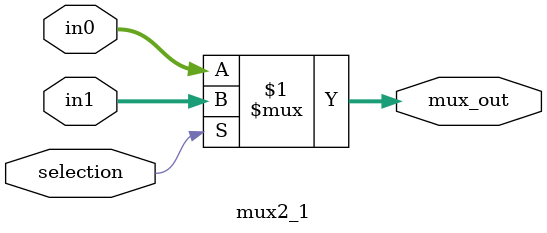
<source format=v>
module mux2_1 #(parameter data_width = 32) (
input	wire	[data_width-1 : 0]	in0 , in1 ,
input	wire						selection ,
output	wire	[data_width-1 : 0]	mux_out

);

assign mux_out = (selection ? in1 : in0 ) ;

endmodule
</source>
